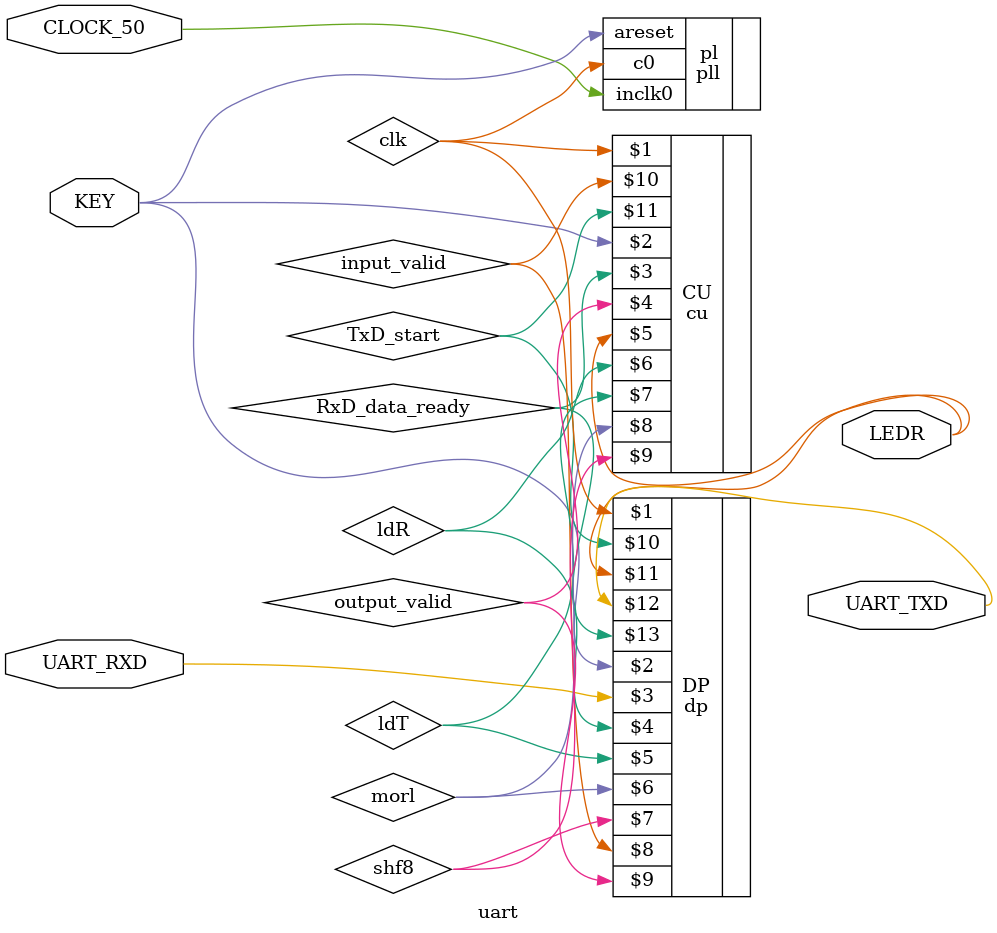
<source format=v>
module uart(
       input CLOCK_50,
       input[0:0] KEY,
       input UART_RXD,
       output UART_TXD,
       output[0:0] LEDR
    );
    
    wire RxD_data_ready, ldR, ldT, morl, shf8, input_valid, output_valid,TxD_start;
    wire clk;
    
    dp DP (
         clk,
         KEY,
         UART_RXD,
         ldR,
         ldT,
         morl,
         shf8,
         input_valid,
         output_valid,
         TxD_start,
        
         LEDR,
         UART_TXD,
         RxD_data_ready
    );
    
    cu CU (
         clk,
         KEY,
         RxD_data_ready,
         output_valid,
         LEDR,
         ldR,
         ldT,
         morl,
         shf8,
         input_valid,
         TxD_start

    );
    
	 pll pl(
	.areset(KEY),
	.inclk0(CLOCK_50),
	.c0(clk));
        
endmodule
</source>
